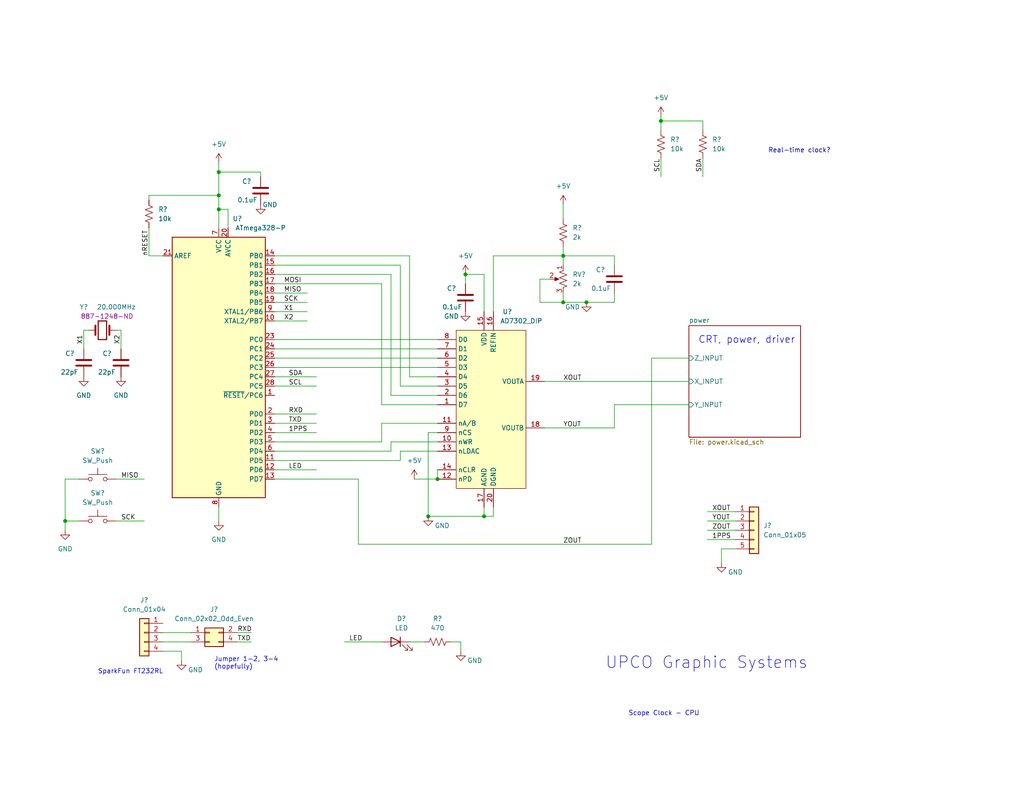
<source format=kicad_sch>
(kicad_sch (version 20211123) (generator eeschema)
  (paper "USLetter")
  (lib_symbols
    (symbol "AD7302:AD7302_DIP"
      (property "Reference" "U" (at 17.78 6.35 0))
      (property "Value" "AD7302_DIP" (at 22.86 3.81 0))
      (symbol "AD7302_DIP_0_1"
        (rectangle (start 5.08 2.54) (end 24.13 -40.64) (fill (type background)))
      )
      (symbol "AD7302_DIP_1_1"
        (pin passive line (at 0 -17.78 0) (length 5.08) (name "D7") (number "1"))
        (pin passive line (at 0 -27.94 0) (length 5.08) (name "nWR") (number "10"))
        (pin passive line (at 0 -22.86 0) (length 5.08) (name "nA/B") (number "11"))
        (pin passive line (at 0 -38.1 0) (length 5.08) (name "nPD") (number "12"))
        (pin passive line (at 0 -30.48 0) (length 5.08) (name "nLDAC") (number "13"))
        (pin passive line (at 0 -35.56 0) (length 5.08) (name "nCLR") (number "14"))
        (pin passive line (at 12.7 7.62 270) (length 5.08) (name "VDD") (number "15"))
        (pin passive line (at 15.24 7.62 270) (length 5.08) (name "REFIN") (number "16"))
        (pin passive line (at 12.7 -45.72 90) (length 5.08) (name "AGND") (number "17"))
        (pin passive line (at 29.21 -24.13 180) (length 5.08) (name "VOUTB") (number "18"))
        (pin passive line (at 29.21 -11.43 180) (length 5.08) (name "VOUTA") (number "19"))
        (pin passive line (at 0 -15.24 0) (length 5.08) (name "D6") (number "2"))
        (pin passive line (at 15.24 -45.72 90) (length 5.08) (name "DGND") (number "20"))
        (pin passive line (at 0 -12.7 0) (length 5.08) (name "D5") (number "3"))
        (pin passive line (at 0 -10.16 0) (length 5.08) (name "D4") (number "4"))
        (pin passive line (at 0 -7.62 0) (length 5.08) (name "D3") (number "5"))
        (pin passive line (at 0 -5.08 0) (length 5.08) (name "D2") (number "6"))
        (pin passive line (at 0 -2.54 0) (length 5.08) (name "D1") (number "7"))
        (pin passive line (at 0 0 0) (length 5.08) (name "D0") (number "8"))
        (pin passive line (at 0 -25.4 0) (length 5.08) (name "nCS") (number "9"))
      )
    )
    (symbol "Connector_Generic:Conn_01x04" (pin_names (offset 1.016) hide)
      (property "Reference" "J" (at 0 5.08 0))
      (property "Value" "Conn_01x04" (at 0 -7.62 0))
      (symbol "Conn_01x04_1_1"
        (rectangle (start -1.27 -4.953) (end 0 -5.207) (stroke (width 0.1524)))
        (rectangle (start -1.27 -2.413) (end 0 -2.667) (stroke (width 0.1524)))
        (rectangle (start -1.27 0.127) (end 0 -0.127) (stroke (width 0.1524)))
        (rectangle (start -1.27 2.667) (end 0 2.413) (stroke (width 0.1524)))
        (rectangle (start -1.27 3.81) (end 1.27 -6.35) (stroke (width 0.254)) (fill (type background)))
        (pin passive line (at -5.08 2.54 0) (length 3.81) (name "Pin_1") (number "1"))
        (pin passive line (at -5.08 0 0) (length 3.81) (name "Pin_2") (number "2"))
        (pin passive line (at -5.08 -2.54 0) (length 3.81) (name "Pin_3") (number "3"))
        (pin passive line (at -5.08 -5.08 0) (length 3.81) (name "Pin_4") (number "4"))
      )
    )
    (symbol "Connector_Generic:Conn_01x05" (pin_names (offset 1.016) hide)
      (property "Reference" "J" (at 0 7.62 0))
      (property "Value" "Conn_01x05" (at 0 -7.62 0))
      (symbol "Conn_01x05_1_1"
        (rectangle (start -1.27 -4.953) (end 0 -5.207) (stroke (width 0.1524)))
        (rectangle (start -1.27 -2.413) (end 0 -2.667) (stroke (width 0.1524)))
        (rectangle (start -1.27 0.127) (end 0 -0.127) (stroke (width 0.1524)))
        (rectangle (start -1.27 2.667) (end 0 2.413) (stroke (width 0.1524)))
        (rectangle (start -1.27 5.207) (end 0 4.953) (stroke (width 0.1524)))
        (rectangle (start -1.27 6.35) (end 1.27 -6.35) (stroke (width 0.254)) (fill (type background)))
        (pin passive line (at -5.08 5.08 0) (length 3.81) (name "Pin_1") (number "1"))
        (pin passive line (at -5.08 2.54 0) (length 3.81) (name "Pin_2") (number "2"))
        (pin passive line (at -5.08 0 0) (length 3.81) (name "Pin_3") (number "3"))
        (pin passive line (at -5.08 -2.54 0) (length 3.81) (name "Pin_4") (number "4"))
        (pin passive line (at -5.08 -5.08 0) (length 3.81) (name "Pin_5") (number "5"))
      )
    )
    (symbol "Connector_Generic:Conn_02x02_Odd_Even" (pin_names (offset 1.016) hide)
      (property "Reference" "J" (at 1.27 2.54 0))
      (property "Value" "Conn_02x02_Odd_Even" (at 1.27 -5.08 0))
      (symbol "Conn_02x02_Odd_Even_1_1"
        (rectangle (start -1.27 -2.413) (end 0 -2.667) (stroke (width 0.1524)))
        (rectangle (start -1.27 0.127) (end 0 -0.127) (stroke (width 0.1524)))
        (rectangle (start -1.27 1.27) (end 3.81 -3.81) (stroke (width 0.254)) (fill (type background)))
        (rectangle (start 3.81 -2.413) (end 2.54 -2.667) (stroke (width 0.1524)))
        (rectangle (start 3.81 0.127) (end 2.54 -0.127) (stroke (width 0.1524)))
        (pin passive line (at -5.08 0 0) (length 3.81) (name "Pin_1") (number "1"))
        (pin passive line (at 7.62 0 180) (length 3.81) (name "Pin_2") (number "2"))
        (pin passive line (at -5.08 -2.54 0) (length 3.81) (name "Pin_3") (number "3"))
        (pin passive line (at 7.62 -2.54 180) (length 3.81) (name "Pin_4") (number "4"))
      )
    )
    (symbol "Device:C" (pin_numbers hide) (pin_names (offset 0.254))
      (property "Reference" "C" (at 0.635 2.54 0))
      (property "Value" "C" (at 0.635 -2.54 0))
      (symbol "C_0_1"
        (polyline (pts (xy -2.032 -0.762) (xy 2.032 -0.762)) (stroke (width 0.508)))
        (polyline (pts (xy -2.032 0.762) (xy 2.032 0.762)) (stroke (width 0.508)))
      )
      (symbol "C_1_1"
        (pin passive line (at 0 3.81 270) (length 2.794) (name "~") (number "1"))
        (pin passive line (at 0 -3.81 90) (length 2.794) (name "~") (number "2"))
      )
    )
    (symbol "Device:Crystal" (pin_numbers hide) (pin_names (offset 1.016) hide)
      (property "Reference" "Y" (at 0 3.81 0))
      (property "Value" "Crystal" (at 0 -3.81 0))
      (symbol "Crystal_0_1"
        (rectangle (start -1.143 2.54) (end 1.143 -2.54) (stroke (width 0.3048)))
        (polyline (pts (xy -2.54 0) (xy -1.905 0)))
        (polyline (pts (xy -1.905 -1.27) (xy -1.905 1.27)) (stroke (width 0.508)))
        (polyline (pts (xy 1.905 -1.27) (xy 1.905 1.27)) (stroke (width 0.508)))
        (polyline (pts (xy 2.54 0) (xy 1.905 0)))
      )
      (symbol "Crystal_1_1"
        (pin passive line (at -3.81 0 0) (length 1.27) (name "1") (number "1"))
        (pin passive line (at 3.81 0 180) (length 1.27) (name "2") (number "2"))
      )
    )
    (symbol "Device:LED" (pin_numbers hide) (pin_names (offset 1.016) hide)
      (property "Reference" "D" (at 0 2.54 0))
      (property "Value" "LED" (at 0 -2.54 0))
      (symbol "LED_0_1"
        (polyline (pts (xy -1.27 -1.27) (xy -1.27 1.27)) (stroke (width 0.254)))
        (polyline (pts (xy -1.27 0) (xy 1.27 0)))
        (polyline (pts (xy 1.27 -1.27) (xy 1.27 1.27) (xy -1.27 0) (xy 1.27 -1.27)) (stroke (width 0.254)))
        (polyline (pts (xy -3.048 -0.762) (xy -4.572 -2.286) (xy -3.81 -2.286) (xy -4.572 -2.286) (xy -4.572 -1.524)))
        (polyline (pts (xy -1.778 -0.762) (xy -3.302 -2.286) (xy -2.54 -2.286) (xy -3.302 -2.286) (xy -3.302 -1.524)))
      )
      (symbol "LED_1_1"
        (pin passive line (at -3.81 0 0) (length 2.54) (name "K") (number "1"))
        (pin passive line (at 3.81 0 180) (length 2.54) (name "A") (number "2"))
      )
    )
    (symbol "Device:R_Potentiometer_US" (pin_names (offset 1.016) hide)
      (property "Reference" "RV" (at -4.445 0 90))
      (property "Value" "R_Potentiometer_US" (at -2.54 0 90))
      (symbol "R_Potentiometer_US_0_1"
        (polyline (pts (xy 0 -2.286) (xy 0 -2.54)))
        (polyline (pts (xy 0 2.54) (xy 0 2.286)))
        (polyline (pts (xy 2.54 0) (xy 1.524 0)))
        (polyline (pts (xy 1.143 0) (xy 2.286 0.508) (xy 2.286 -0.508) (xy 1.143 0)) (fill (type outline)))
        (polyline (pts (xy 0 -0.762) (xy 1.016 -1.143) (xy 0 -1.524) (xy -1.016 -1.905) (xy 0 -2.286)))
        (polyline (pts (xy 0 0.762) (xy 1.016 0.381) (xy 0 0) (xy -1.016 -0.381) (xy 0 -0.762)))
        (polyline (pts (xy 0 2.286) (xy 1.016 1.905) (xy 0 1.524) (xy -1.016 1.143) (xy 0 0.762)))
      )
      (symbol "R_Potentiometer_US_1_1"
        (pin passive line (at 0 3.81 270) (length 1.27) (name "1") (number "1"))
        (pin passive line (at 3.81 0 180) (length 1.27) (name "2") (number "2"))
        (pin passive line (at 0 -3.81 90) (length 1.27) (name "3") (number "3"))
      )
    )
    (symbol "Device:R_US" (pin_numbers hide) (pin_names (offset 0))
      (property "Reference" "R" (at 2.54 0 90))
      (property "Value" "R_US" (at -2.54 0 90))
      (symbol "R_US_0_1"
        (polyline (pts (xy 0 -2.286) (xy 0 -2.54)))
        (polyline (pts (xy 0 2.286) (xy 0 2.54)))
        (polyline (pts (xy 0 -0.762) (xy 1.016 -1.143) (xy 0 -1.524) (xy -1.016 -1.905) (xy 0 -2.286)))
        (polyline (pts (xy 0 0.762) (xy 1.016 0.381) (xy 0 0) (xy -1.016 -0.381) (xy 0 -0.762)))
        (polyline (pts (xy 0 2.286) (xy 1.016 1.905) (xy 0 1.524) (xy -1.016 1.143) (xy 0 0.762)))
      )
      (symbol "R_US_1_1"
        (pin passive line (at 0 3.81 270) (length 1.27) (name "~") (number "1"))
        (pin passive line (at 0 -3.81 90) (length 1.27) (name "~") (number "2"))
      )
    )
    (symbol "MCU_Microchip_ATmega:ATmega328-P"
      (property "Reference" "U" (at -12.7 36.83 0))
      (property "Value" "ATmega328-P" (at 2.54 -36.83 0))
      (symbol "ATmega328-P_0_1"
        (rectangle (start -12.7 -35.56) (end 12.7 35.56) (stroke (width 0.254)) (fill (type background)))
      )
      (symbol "ATmega328-P_1_1"
        (pin bidirectional line (at 15.24 -7.62 180) (length 2.54) (name "~{RESET}/PC6") (number "1"))
        (pin bidirectional line (at 15.24 12.7 180) (length 2.54) (name "XTAL2/PB7") (number "10"))
        (pin bidirectional line (at 15.24 -25.4 180) (length 2.54) (name "PD5") (number "11"))
        (pin bidirectional line (at 15.24 -27.94 180) (length 2.54) (name "PD6") (number "12"))
        (pin bidirectional line (at 15.24 -30.48 180) (length 2.54) (name "PD7") (number "13"))
        (pin bidirectional line (at 15.24 30.48 180) (length 2.54) (name "PB0") (number "14"))
        (pin bidirectional line (at 15.24 27.94 180) (length 2.54) (name "PB1") (number "15"))
        (pin bidirectional line (at 15.24 25.4 180) (length 2.54) (name "PB2") (number "16"))
        (pin bidirectional line (at 15.24 22.86 180) (length 2.54) (name "PB3") (number "17"))
        (pin bidirectional line (at 15.24 20.32 180) (length 2.54) (name "PB4") (number "18"))
        (pin bidirectional line (at 15.24 17.78 180) (length 2.54) (name "PB5") (number "19"))
        (pin bidirectional line (at 15.24 -12.7 180) (length 2.54) (name "PD0") (number "2"))
        (pin power_in line (at 2.54 38.1 270) (length 2.54) (name "AVCC") (number "20"))
        (pin passive line (at -15.24 30.48 0) (length 2.54) (name "AREF") (number "21"))
        (pin passive line (at 0 -38.1 90) (length 2.54) hide (name "GND") (number "22"))
        (pin bidirectional line (at 15.24 7.62 180) (length 2.54) (name "PC0") (number "23"))
        (pin bidirectional line (at 15.24 5.08 180) (length 2.54) (name "PC1") (number "24"))
        (pin bidirectional line (at 15.24 2.54 180) (length 2.54) (name "PC2") (number "25"))
        (pin bidirectional line (at 15.24 0 180) (length 2.54) (name "PC3") (number "26"))
        (pin bidirectional line (at 15.24 -2.54 180) (length 2.54) (name "PC4") (number "27"))
        (pin bidirectional line (at 15.24 -5.08 180) (length 2.54) (name "PC5") (number "28"))
        (pin bidirectional line (at 15.24 -15.24 180) (length 2.54) (name "PD1") (number "3"))
        (pin bidirectional line (at 15.24 -17.78 180) (length 2.54) (name "PD2") (number "4"))
        (pin bidirectional line (at 15.24 -20.32 180) (length 2.54) (name "PD3") (number "5"))
        (pin bidirectional line (at 15.24 -22.86 180) (length 2.54) (name "PD4") (number "6"))
        (pin power_in line (at 0 38.1 270) (length 2.54) (name "VCC") (number "7"))
        (pin power_in line (at 0 -38.1 90) (length 2.54) (name "GND") (number "8"))
        (pin bidirectional line (at 15.24 15.24 180) (length 2.54) (name "XTAL1/PB6") (number "9"))
      )
    )
    (symbol "Switch:SW_Push" (pin_numbers hide) (pin_names (offset 1.016) hide)
      (property "Reference" "SW" (at 1.27 2.54 0))
      (property "Value" "SW_Push" (at 0 -1.524 0))
      (symbol "SW_Push_0_1"
        (circle (center -2.032 0) (radius 0.508))
        (polyline (pts (xy 0 1.27) (xy 0 3.048)))
        (polyline (pts (xy 2.54 1.27) (xy -2.54 1.27)))
        (circle (center 2.032 0) (radius 0.508))
        (pin passive line (at -5.08 0 0) (length 2.54) (name "1") (number "1"))
        (pin passive line (at 5.08 0 180) (length 2.54) (name "2") (number "2"))
      )
    )
    (symbol "power:+5V" (power) (pin_names (offset 0))
      (property "Value" "+5V" (at 0 3.556 0))
      (symbol "+5V_0_1"
        (polyline (pts (xy -0.762 1.27) (xy 0 2.54)))
        (polyline (pts (xy 0 0) (xy 0 2.54)))
        (polyline (pts (xy 0 2.54) (xy 0.762 1.27)))
      )
      (symbol "+5V_1_1"
        (pin power_in line (at 0 0 90) (length 0) hide (name "+5V") (number "1"))
      )
    )
    (symbol "power:GND" (power) (pin_names (offset 0))
      (property "Value" "GND" (at 0 -3.81 0))
      (symbol "GND_0_1"
        (polyline (pts (xy 0 0) (xy 0 -1.27) (xy 1.27 -1.27) (xy 0 -2.54) (xy -1.27 -1.27) (xy 0 -1.27)))
      )
      (symbol "GND_1_1"
        (pin power_in line (at 0 0 270) (length 0) hide (name "GND") (number "1"))
      )
    )
  )
  (junction (at 153.67 82.55))
  (junction (at 180.34 33.02))
  (junction (at 119.38 130.81))
  (junction (at 17.78 142.24))
  (junction (at 160.02 82.55))
  (junction (at 132.08 140.97))
  (junction (at 127 74.93))
  (junction (at 116.84 140.97))
  (junction (at 59.69 57.15))
  (junction (at 153.67 69.85))
  (junction (at 59.69 53.34))
  (junction (at 59.69 46.99))
  (wire (pts (xy 177.8 148.59) (xy 177.8 97.79)))
  (wire (pts (xy 111.76 69.85) (xy 111.76 102.87)))
  (wire (pts (xy 31.75 130.81) (xy 39.37 130.81)))
  (wire (pts (xy 74.93 128.27) (xy 86.36 128.27)))
  (wire (pts (xy 153.67 69.85) (xy 153.67 72.39)))
  (wire (pts (xy 109.22 125.73) (xy 109.22 123.19)))
  (wire (pts (xy 180.34 33.02) (xy 180.34 35.56)))
  (wire (pts (xy 147.32 82.55) (xy 153.67 82.55)))
  (wire (pts (xy 74.93 115.57) (xy 86.36 115.57)))
  (wire (pts (xy 153.67 67.31) (xy 153.67 69.85)))
  (wire (pts (xy 106.68 107.95) (xy 119.38 107.95)))
  (wire (pts (xy 111.76 175.26) (xy 115.57 175.26)))
  (wire (pts (xy 153.67 55.88) (xy 153.67 59.69)))
  (wire (pts (xy 44.45 177.8) (xy 49.53 177.8)))
  (wire (pts (xy 59.69 46.99) (xy 71.12 46.99)))
  (wire (pts (xy 74.93 130.81) (xy 97.79 130.81)))
  (wire (pts (xy 40.64 54.61) (xy 40.64 53.34)))
  (wire (pts (xy 116.84 140.97) (xy 132.08 140.97)))
  (wire (pts (xy 97.79 130.81) (xy 97.79 148.59)))
  (wire (pts (xy 106.68 120.65) (xy 119.38 120.65)))
  (wire (pts (xy 167.64 69.85) (xy 167.64 72.39)))
  (wire (pts (xy 153.67 69.85) (xy 167.64 69.85)))
  (wire (pts (xy 74.93 97.79) (xy 119.38 97.79)))
  (wire (pts (xy 111.76 102.87) (xy 119.38 102.87)))
  (wire (pts (xy 180.34 43.18) (xy 180.34 48.26)))
  (wire (pts (xy 59.69 44.45) (xy 59.69 46.99)))
  (wire (pts (xy 31.75 142.24) (xy 39.37 142.24)))
  (wire (pts (xy 180.34 31.75) (xy 180.34 33.02)))
  (wire (pts (xy 132.08 140.97) (xy 132.08 138.43)))
  (wire (pts (xy 74.93 77.47) (xy 104.14 77.47)))
  (wire (pts (xy 74.93 85.09) (xy 83.82 85.09)))
  (wire (pts (xy 153.67 82.55) (xy 160.02 82.55)))
  (wire (pts (xy 74.93 95.25) (xy 119.38 95.25)))
  (wire (pts (xy 134.62 138.43) (xy 134.62 140.97)))
  (wire (pts (xy 123.19 175.26) (xy 125.73 175.26)))
  (wire (pts (xy 106.68 74.93) (xy 106.68 107.95)))
  (wire (pts (xy 180.34 33.02) (xy 191.77 33.02)))
  (wire (pts (xy 74.93 69.85) (xy 111.76 69.85)))
  (wire (pts (xy 21.59 130.81) (xy 17.78 130.81)))
  (wire (pts (xy 160.02 82.55) (xy 167.64 82.55)))
  (wire (pts (xy 40.64 69.85) (xy 44.45 69.85)))
  (wire (pts (xy 74.93 120.65) (xy 104.14 120.65)))
  (wire (pts (xy 148.59 104.14) (xy 187.96 104.14)))
  (wire (pts (xy 193.04 144.78) (xy 200.66 144.78)))
  (wire (pts (xy 64.77 175.26) (xy 68.58 175.26)))
  (wire (pts (xy 193.04 147.32) (xy 200.66 147.32)))
  (wire (pts (xy 191.77 43.18) (xy 191.77 48.26)))
  (wire (pts (xy 167.64 110.49) (xy 187.96 110.49)))
  (wire (pts (xy 127 74.93) (xy 127 77.47)))
  (wire (pts (xy 191.77 33.02) (xy 191.77 35.56)))
  (wire (pts (xy 106.68 123.19) (xy 106.68 120.65)))
  (wire (pts (xy 59.69 46.99) (xy 59.69 53.34)))
  (wire (pts (xy 134.62 140.97) (xy 132.08 140.97)))
  (wire (pts (xy 147.32 76.2) (xy 149.86 76.2)))
  (wire (pts (xy 109.22 72.39) (xy 109.22 105.41)))
  (wire (pts (xy 74.93 92.71) (xy 119.38 92.71)))
  (wire (pts (xy 148.59 116.84) (xy 167.64 116.84)))
  (wire (pts (xy 127 74.93) (xy 132.08 74.93)))
  (wire (pts (xy 167.64 82.55) (xy 167.64 80.01)))
  (wire (pts (xy 104.14 110.49) (xy 119.38 110.49)))
  (wire (pts (xy 193.04 139.7) (xy 200.66 139.7)))
  (wire (pts (xy 177.8 97.79) (xy 187.96 97.79)))
  (wire (pts (xy 109.22 105.41) (xy 119.38 105.41)))
  (wire (pts (xy 196.85 149.86) (xy 196.85 153.67)))
  (wire (pts (xy 17.78 130.81) (xy 17.78 142.24)))
  (wire (pts (xy 125.73 175.26) (xy 125.73 177.8)))
  (wire (pts (xy 49.53 177.8) (xy 49.53 180.34)))
  (wire (pts (xy 24.13 90.17) (xy 22.86 90.17)))
  (wire (pts (xy 97.79 148.59) (xy 177.8 148.59)))
  (wire (pts (xy 74.93 123.19) (xy 106.68 123.19)))
  (wire (pts (xy 116.84 118.11) (xy 116.84 140.97)))
  (wire (pts (xy 74.93 118.11) (xy 86.36 118.11)))
  (wire (pts (xy 64.77 172.72) (xy 68.58 172.72)))
  (wire (pts (xy 74.93 72.39) (xy 109.22 72.39)))
  (wire (pts (xy 153.67 80.01) (xy 153.67 82.55)))
  (wire (pts (xy 59.69 57.15) (xy 59.69 62.23)))
  (wire (pts (xy 74.93 82.55) (xy 83.82 82.55)))
  (wire (pts (xy 167.64 116.84) (xy 167.64 110.49)))
  (wire (pts (xy 44.45 175.26) (xy 52.07 175.26)))
  (wire (pts (xy 109.22 123.19) (xy 119.38 123.19)))
  (wire (pts (xy 17.78 142.24) (xy 21.59 142.24)))
  (wire (pts (xy 44.45 172.72) (xy 52.07 172.72)))
  (wire (pts (xy 93.98 175.26) (xy 104.14 175.26)))
  (wire (pts (xy 59.69 53.34) (xy 59.69 57.15)))
  (wire (pts (xy 104.14 77.47) (xy 104.14 110.49)))
  (wire (pts (xy 40.64 62.23) (xy 40.64 69.85)))
  (wire (pts (xy 74.93 80.01) (xy 83.82 80.01)))
  (wire (pts (xy 113.03 130.81) (xy 119.38 130.81)))
  (wire (pts (xy 74.93 105.41) (xy 86.36 105.41)))
  (wire (pts (xy 200.66 149.86) (xy 196.85 149.86)))
  (wire (pts (xy 74.93 74.93) (xy 106.68 74.93)))
  (wire (pts (xy 59.69 57.15) (xy 62.23 57.15)))
  (wire (pts (xy 119.38 118.11) (xy 116.84 118.11)))
  (wire (pts (xy 132.08 74.93) (xy 132.08 85.09)))
  (wire (pts (xy 17.78 142.24) (xy 17.78 144.78)))
  (wire (pts (xy 74.93 102.87) (xy 86.36 102.87)))
  (wire (pts (xy 193.04 142.24) (xy 200.66 142.24)))
  (wire (pts (xy 147.32 76.2) (xy 147.32 82.55)))
  (wire (pts (xy 22.86 90.17) (xy 22.86 95.25)))
  (wire (pts (xy 74.93 100.33) (xy 119.38 100.33)))
  (wire (pts (xy 134.62 69.85) (xy 153.67 69.85)))
  (wire (pts (xy 74.93 113.03) (xy 86.36 113.03)))
  (wire (pts (xy 74.93 125.73) (xy 109.22 125.73)))
  (wire (pts (xy 71.12 46.99) (xy 71.12 48.26)))
  (wire (pts (xy 104.14 120.65) (xy 104.14 115.57)))
  (wire (pts (xy 59.69 138.43) (xy 59.69 142.24)))
  (wire (pts (xy 74.93 87.63) (xy 83.82 87.63)))
  (wire (pts (xy 33.02 95.25) (xy 33.02 90.17)))
  (wire (pts (xy 62.23 57.15) (xy 62.23 62.23)))
  (wire (pts (xy 33.02 90.17) (xy 31.75 90.17)))
  (wire (pts (xy 104.14 115.57) (xy 119.38 115.57)))
  (wire (pts (xy 134.62 69.85) (xy 134.62 85.09)))
  (wire (pts (xy 119.38 128.27) (xy 119.38 130.81)))
  (wire (pts (xy 40.64 53.34) (xy 59.69 53.34)))
  (text "UPCO Graphic Systems" (at 165.1 182.88 0) (effects (font (size 3.175 3.175)) (justify left bottom)))
  (text "Scope Clock - CPU" (at 171.45 195.58 0) (effects (font (size 1.27 1.27)) (justify left bottom)))
  (text "SparkFun FT232RL" (at 26.67 184.15 0) (effects (font (size 1.27 1.27)) (justify left bottom)))
  (text "Real-time clock?" (at 209.55 41.91 0) (effects (font (size 1.27 1.27)) (justify left bottom)))
  (text "Jumper 1-2, 3-4\n(hopefully)" (at 58.42 182.88 0) (effects (font (size 1.27 1.27)) (justify left bottom)))
  (text "CRT, power, driver" (at 190.5 93.98 0) (effects (font (size 1.905 1.905)) (justify left bottom)))
  (label "YOUT" (at 153.67 116.84 0))
  (label "SDA" (at 78.74 102.87 0))
  (label "SDA" (at 191.77 46.99 90))
  (label "SCL" (at 180.34 46.99 90))
  (label "nRESET" (at 40.64 69.85 90))
  (label "X1" (at 22.86 93.98 90))
  (label "X2" (at 77.47 87.63 0))
  (label "ZOUT" (at 153.67 148.59 0))
  (label "LED" (at 78.74 128.27 0))
  (label "XOUT" (at 194.31 139.7 0))
  (label "MISO" (at 77.47 80.01 0))
  (label "ZOUT" (at 194.31 144.78 0))
  (label "YOUT" (at 194.31 142.24 0))
  (label "X2" (at 33.02 93.98 90))
  (label "XOUT" (at 153.67 104.14 0))
  (label "1PPS" (at 78.74 118.11 0))
  (label "TXD" (at 64.77 175.26 0))
  (label "RXD" (at 78.74 113.03 0))
  (label "1PPS" (at 194.31 147.32 0))
  (label "TXD" (at 78.74 115.57 0))
  (label "MOSI" (at 77.47 77.47 0))
  (label "SCK" (at 77.47 82.55 0))
  (label "X1" (at 77.47 85.09 0))
  (label "RXD" (at 64.77 172.72 0))
  (label "LED" (at 95.25 175.26 0))
  (label "SCK" (at 33.02 142.24 0))
  (label "MISO" (at 33.02 130.81 0))
  (label "SCL" (at 78.74 105.41 0))
  (symbol (lib_id "Device:R_US") (at 191.77 39.37 0) (unit 1)
    (property "Reference" "R?" (at 194.31 38.0999 0) (effects (justify left)))
    (property "Value" "10k" (at 194.31 40.6399 0) (effects (justify left)))
  )
  (symbol (lib_id "Device:R_US") (at 40.64 58.42 0) (unit 1)
    (property "Reference" "R?" (at 43.18 57.1499 0) (effects (justify left)))
    (property "Value" "10k" (at 43.18 59.6899 0) (effects (justify left)))
  )
  (symbol (lib_id "Device:C") (at 127 81.28 0) (mirror y) (unit 1)
    (property "Reference" "C?" (at 121.92 78.74 0) (effects (justify right)))
    (property "Value" "0.1uF" (at 120.65 83.82 0) (effects (justify right)))
  )
  (symbol (lib_id "power:GND") (at 17.78 144.78 0) (unit 1)
    (property "Reference" "#PWR?" (effects hide))
    (property "Value" "GND" (at 17.78 149.86 0))
  )
  (symbol (lib_id "power:+5V") (at 180.34 31.75 0) (unit 1)
    (property "Reference" "#PWR?" (effects hide))
    (property "Value" "+5V" (at 180.34 26.67 0))
  )
  (symbol (lib_id "Connector_Generic:Conn_01x05") (at 205.74 144.78 0) (unit 1)
    (property "Reference" "J?" (at 208.28 143.5099 0) (effects (justify left)))
    (property "Value" "Conn_01x05" (at 208.28 146.0499 0) (effects (justify left)))
  )
  (symbol (lib_id "power:+5V") (at 127 74.93 0) (unit 1)
    (property "Reference" "#PWR?" (effects hide))
    (property "Value" "+5V" (at 127 69.85 0))
  )
  (symbol (lib_id "power:GND") (at 196.85 153.67 0) (unit 1)
    (property "Reference" "#PWR?" (effects hide))
    (property "Value" "GND" (at 200.66 156.21 0))
  )
  (symbol (lib_id "Switch:SW_Push") (at 26.67 130.81 0) (unit 1)
    (property "Reference" "SW?" (at 26.67 123.19 0))
    (property "Value" "SW_Push" (at 26.67 125.73 0))
  )
  (symbol (lib_id "power:GND") (at 33.02 102.87 0) (unit 1)
    (property "Reference" "#PWR?" (effects hide))
    (property "Value" "GND" (at 33.02 107.95 0))
  )
  (symbol (lib_id "power:GND") (at 127 85.09 0) (unit 1)
    (property "Reference" "#PWR?" (effects hide))
    (property "Value" "GND" (at 123.19 86.36 0))
  )
  (symbol (lib_id "Switch:SW_Push") (at 26.67 142.24 0) (unit 1)
    (property "Reference" "SW?" (at 26.67 134.62 0))
    (property "Value" "SW_Push" (at 26.67 137.16 0))
  )
  (symbol (lib_id "power:GND") (at 22.86 102.87 0) (unit 1)
    (property "Reference" "#PWR?" (effects hide))
    (property "Value" "GND" (at 22.86 107.95 0))
  )
  (symbol (lib_id "Device:LED") (at 107.95 175.26 0) (mirror y) (unit 1)
    (property "Reference" "D?" (at 109.5375 168.91 0))
    (property "Value" "LED" (at 109.5375 171.45 0))
  )
  (symbol (lib_id "power:GND") (at 49.53 180.34 0) (unit 1)
    (property "Reference" "#PWR?" (effects hide))
    (property "Value" "GND" (at 53.34 182.88 0))
  )
  (symbol (lib_id "Connector_Generic:Conn_02x02_Odd_Even") (at 57.15 172.72 0) (unit 1)
    (property "Reference" "J?" (at 58.42 166.37 0))
    (property "Value" "Conn_02x02_Odd_Even" (at 58.42 168.91 0))
  )
  (symbol (lib_id "Device:R_US") (at 153.67 63.5 0) (unit 1)
    (property "Reference" "R?" (at 156.21 62.2299 0) (effects (justify left)))
    (property "Value" "2k" (at 156.21 64.7699 0) (effects (justify left)))
  )
  (symbol (lib_id "Device:C") (at 22.86 99.06 0) (mirror y) (unit 1)
    (property "Reference" "C?" (at 17.78 96.52 0) (effects (justify right)))
    (property "Value" "22pF" (at 16.51 101.6 0) (effects (justify right)))
  )
  (symbol (lib_id "Device:C") (at 33.02 99.06 0) (mirror y) (unit 1)
    (property "Reference" "C?" (at 27.94 96.52 0) (effects (justify right)))
    (property "Value" "22pF" (at 26.67 101.6 0) (effects (justify right)))
  )
  (symbol (lib_id "power:GND") (at 116.84 140.97 0) (unit 1)
    (property "Reference" "#PWR?" (effects hide))
    (property "Value" "GND" (at 120.65 143.51 0))
  )
  (symbol (lib_id "MCU_Microchip_ATmega:ATmega328-P") (at 59.69 100.33 0) (unit 1)
    (property "Reference" "U?" (at 64.77 59.69 0))
    (property "Value" "ATmega328-P" (at 71.12 62.23 0))
    (property "Footprint" "Package_DIP:DIP-28_W7.62mm" (effects hide))
    (property "Datasheet" "http://ww1.microchip.com/downloads/en/DeviceDoc/ATmega328_P%20AVR%20MCU%20with%20picoPower%20Technology%20Data%20Sheet%2040001984A.pdf" (effects hide))
  )
  (symbol (lib_id "Device:C") (at 167.64 76.2 0) (mirror y) (unit 1)
    (property "Reference" "C?" (at 162.56 73.66 0) (effects (justify right)))
    (property "Value" "0.1uF" (at 161.29 78.74 0) (effects (justify right)))
  )
  (symbol (lib_id "Device:R_US") (at 119.38 175.26 90) (unit 1)
    (property "Reference" "R?" (at 119.38 168.91 90))
    (property "Value" "470" (at 119.38 171.45 90))
  )
  (symbol (lib_id "Device:C") (at 71.12 52.07 0) (mirror y) (unit 1)
    (property "Reference" "C?" (at 66.04 49.53 0) (effects (justify right)))
    (property "Value" "0.1uF" (at 64.77 54.61 0) (effects (justify right)))
  )
  (symbol (lib_id "power:GND") (at 160.02 82.55 0) (unit 1)
    (property "Reference" "#PWR?" (effects hide))
    (property "Value" "GND" (at 156.21 83.82 0))
  )
  (symbol (lib_id "Device:R_US") (at 180.34 39.37 0) (unit 1)
    (property "Reference" "R?" (at 182.88 38.0999 0) (effects (justify left)))
    (property "Value" "10k" (at 182.88 40.6399 0) (effects (justify left)))
  )
  (symbol (lib_id "AD7302:AD7302_DIP") (at 119.38 92.71 0) (unit 1)
    (property "Reference" "U?" (at 138.43 85.09 0))
    (property "Value" "AD7302_DIP" (at 142.24 87.63 0))
  )
  (symbol (lib_id "Device:Crystal") (at 27.94 90.17 0) (unit 1)
    (property "Reference" "Y?" (at 22.86 83.82 0))
    (property "Value" "20.000MHz" (at 31.75 83.82 0))
    (property "CatNo" "887-1248-ND" (at 29.21 86.36 0))
  )
  (symbol (lib_id "power:GND") (at 125.73 177.8 0) (unit 1)
    (property "Reference" "#PWR?" (effects hide))
    (property "Value" "GND" (at 129.54 180.34 0))
  )
  (symbol (lib_id "Connector_Generic:Conn_01x04") (at 39.37 172.72 0) (mirror y) (unit 1)
    (property "Reference" "J?" (at 39.37 163.83 0))
    (property "Value" "Conn_01x04" (at 39.37 166.37 0))
  )
  (symbol (lib_id "power:GND") (at 71.12 55.88 0) (unit 1)
    (property "Reference" "#PWR?" (effects hide))
    (property "Value" "GND" (at 73.66 55.88 0))
  )
  (symbol (lib_id "power:+5V") (at 59.69 44.45 0) (unit 1)
    (property "Reference" "#PWR?" (effects hide))
    (property "Value" "+5V" (at 59.69 39.37 0))
  )
  (symbol (lib_id "power:+5V") (at 153.67 55.88 0) (unit 1)
    (property "Reference" "#PWR?" (effects hide))
    (property "Value" "+5V" (at 153.67 50.8 0))
  )
  (symbol (lib_id "power:GND") (at 59.69 142.24 0) (unit 1)
    (property "Reference" "#PWR?" (effects hide))
    (property "Value" "GND" (at 59.69 147.32 0))
  )
  (symbol (lib_id "Device:R_Potentiometer_US") (at 153.67 76.2 0) (mirror y) (unit 1)
    (property "Reference" "RV?" (at 156.21 74.9299 0) (effects (justify right)))
    (property "Value" "2k" (at 156.21 77.4699 0) (effects (justify right)))
  )
  (symbol (lib_id "power:+5V") (at 113.03 130.81 0) (unit 1)
    (property "Reference" "#PWR?" (effects hide))
    (property "Value" "+5V" (at 113.03 125.73 0))
  )
  (sheet (at 187.96 88.9) (size 30.48 30.48) (stroke (width 0.1524))
    (property "Sheet name" "power" (at 187.96 88.1884 0) (effects (justify left bottom)))
    (property "Sheet file" "power.kicad_sch" (at 187.96 119.9646 0) (effects (justify left top)))
    (pin "Z_INPUT" input (at 187.96 97.79 180))
    (pin "X_INPUT" input (at 187.96 104.14 180))
    (pin "Y_INPUT" input (at 187.96 110.49 180))
  )
)
</source>
